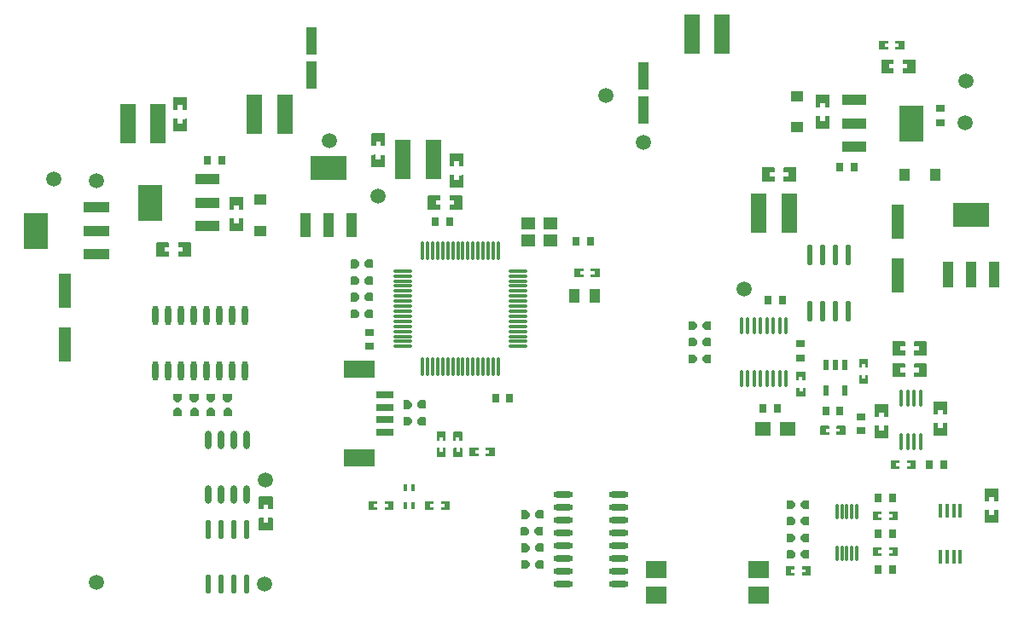
<source format=gtp>
G04 Layer: TopPasteMaskLayer*
G04 EasyEDA Pro v2.2.42.2, 2025-09-26 15:24:21*
G04 Gerber Generator version 0.3*
G04 Scale: 100 percent, Rotated: No, Reflected: No*
G04 Dimensions in millimeters*
G04 Leading zeros omitted, absolute positions, 4 integers and 5 decimals*
G04 Generated by one-click*
%FSLAX45Y45*%
%MOMM*%
%ADD10C,1.5*%
%ADD11R,0.8X0.9*%
%ADD12R,0.9X0.8*%
%ADD13R,1.5X1.3589*%
%ADD14R,1.2X1.0*%
%ADD15R,1.0X1.2*%
%ADD16R,1.6007X3.89999*%
%ADD17R,1.6X3.89999*%
%ADD18R,1.0X1.39954*%
%ADD19O,0.63X1.865*%
%ADD20O,2.0X0.3*%
%ADD21O,0.3X2.0*%
%ADD22R,1.1X2.79999*%
%ADD23R,2.47X0.98001*%
%ADD24R,2.47X3.59999*%
%ADD25O,0.3556X1.8148*%
%ADD26O,0.58801X2.045*%
%ADD27R,0.6X1.1*%
%ADD28O,0.28001X1.62001*%
%ADD29O,1.97099X0.60201*%
%ADD30R,2.0X1.8*%
%ADD31R,0.98001X2.47*%
%ADD32R,3.59999X2.47*%
%ADD33R,1.8X0.8*%
%ADD34R,3.09999X1.8*%
%ADD35R,0.44801X0.75001*%
%ADD36R,1.4X1.2*%
%ADD37O,0.60201X1.97099*%
%ADD38R,1.2X3.49999*%
%ADD39R,1.1X2.49999*%
%ADD40R,3.59999X2.34*%
%ADD41R,2.49999X1.1*%
%ADD42R,2.34X3.59999*%
%ADD43O,0.36401X1.662*%
%ADD44O,0.5684X1.95021*%
%ADD45R,0.40599X1.397*%
G75*


G04 PolygonModel Start*
G36*
G01X4450398Y-2069600D02*
G01X4450398Y-2197598D01*
G01X4445396Y-2202599D01*
G01X4330395Y-2202599D01*
G01X4325396Y-2197598D01*
G01X4324894Y-2156595D01*
G01X4369895Y-2156595D01*
G01X4369895Y-2111596D01*
G01X4325894Y-2111596D01*
G01X4325396Y-2069600D01*
G01X4330395Y-2064598D01*
G01X4445396Y-2064598D01*
G01X4450398Y-2069600D01*
G37*
G36*
G01X4109403Y-2197600D02*
G01X4109403Y-2069602D01*
G01X4114404Y-2064601D01*
G01X4229405Y-2064601D01*
G01X4234404Y-2069602D01*
G01X4234906Y-2110605D01*
G01X4189905Y-2110605D01*
G01X4189905Y-2155604D01*
G01X4233906Y-2155604D01*
G01X4234404Y-2197600D01*
G01X4229405Y-2202602D01*
G01X4114404Y-2202602D01*
G01X4109403Y-2197600D01*
G37*
G36*
G01X4458200Y-1986597D02*
G01X4330202Y-1986597D01*
G01X4325201Y-1981596D01*
G01X4325201Y-1866595D01*
G01X4330202Y-1861596D01*
G01X4371205Y-1861094D01*
G01X4371205Y-1906095D01*
G01X4416204Y-1906095D01*
G01X4416204Y-1862094D01*
G01X4458200Y-1861596D01*
G01X4463202Y-1866595D01*
G01X4463202Y-1981596D01*
G01X4458200Y-1986597D01*
G37*
G36*
G01X4330200Y-1645602D02*
G01X4458198Y-1645602D01*
G01X4463199Y-1650604D01*
G01X4463199Y-1765605D01*
G01X4458198Y-1770604D01*
G01X4417195Y-1771106D01*
G01X4417195Y-1726105D01*
G01X4372196Y-1726105D01*
G01X4372196Y-1770106D01*
G01X4330200Y-1770604D01*
G01X4325198Y-1765605D01*
G01X4325198Y-1650604D01*
G01X4330200Y-1645602D01*
G37*
G36*
G01X3552633Y-1443065D02*
G01X3680631Y-1443065D01*
G01X3685633Y-1448067D01*
G01X3685633Y-1563068D01*
G01X3680631Y-1568066D01*
G01X3639628Y-1568569D01*
G01X3639628Y-1523568D01*
G01X3594630Y-1523568D01*
G01X3594630Y-1567569D01*
G01X3552633Y-1568066D01*
G01X3547632Y-1563068D01*
G01X3547632Y-1448067D01*
G01X3552633Y-1443065D01*
G37*
G36*
G01X3680634Y-1784060D02*
G01X3552636Y-1784060D01*
G01X3547635Y-1779059D01*
G01X3547635Y-1664058D01*
G01X3552636Y-1659059D01*
G01X3593639Y-1658556D01*
G01X3593639Y-1703558D01*
G01X3638638Y-1703558D01*
G01X3638638Y-1659557D01*
G01X3680634Y-1659059D01*
G01X3685635Y-1664058D01*
G01X3685635Y-1779059D01*
G01X3680634Y-1784060D01*
G37*
G36*
G01X8947713Y-716448D02*
G01X8947713Y-844446D01*
G01X8942711Y-849447D01*
G01X8827710Y-849447D01*
G01X8822712Y-844446D01*
G01X8822209Y-803443D01*
G01X8867210Y-803443D01*
G01X8867210Y-758444D01*
G01X8823209Y-758444D01*
G01X8822712Y-716448D01*
G01X8827710Y-711446D01*
G01X8942711Y-711446D01*
G01X8947713Y-716448D01*
G37*
G36*
G01X8606718Y-844448D02*
G01X8606718Y-716450D01*
G01X8611719Y-711449D01*
G01X8726720Y-711449D01*
G01X8731719Y-716450D01*
G01X8732222Y-757453D01*
G01X8687220Y-757453D01*
G01X8687220Y-802452D01*
G01X8731221Y-802452D01*
G01X8731719Y-844448D01*
G01X8726720Y-849450D01*
G01X8611719Y-849450D01*
G01X8606718Y-844448D01*
G37*
G36*
G01X1416799Y-2662715D02*
G01X1416799Y-2534717D01*
G01X1421801Y-2529716D01*
G01X1536802Y-2529716D01*
G01X1541800Y-2534717D01*
G01X1542303Y-2575720D01*
G01X1497302Y-2575720D01*
G01X1497302Y-2620719D01*
G01X1541302Y-2620719D01*
G01X1541800Y-2662715D01*
G01X1536802Y-2667716D01*
G01X1421801Y-2667716D01*
G01X1416799Y-2662715D01*
G37*
G36*
G01X1757794Y-2534714D02*
G01X1757794Y-2662712D01*
G01X1752793Y-2667714D01*
G01X1637792Y-2667714D01*
G01X1632793Y-2662712D01*
G01X1632290Y-2621709D01*
G01X1677292Y-2621709D01*
G01X1677292Y-2576711D01*
G01X1633291Y-2576711D01*
G01X1632793Y-2534714D01*
G01X1637792Y-2529713D01*
G01X1752793Y-2529713D01*
G01X1757794Y-2534714D01*
G37*
G36*
G01X3949939Y-4291002D02*
G01X3949939Y-4318653D01*
G01X3922519Y-4348028D01*
G01X3872192Y-4348028D01*
G01X3865791Y-4341627D01*
G01X3865791Y-4268028D01*
G01X3872192Y-4261627D01*
G01X3922519Y-4261627D01*
G01X3949939Y-4291002D01*
G37*
G36*
G01X4001503Y-4289877D02*
G01X4001503Y-4317528D01*
G01X4028923Y-4346903D01*
G01X4079250Y-4346903D01*
G01X4085651Y-4340502D01*
G01X4085651Y-4266903D01*
G01X4079250Y-4260502D01*
G01X4028923Y-4260502D01*
G01X4001503Y-4289877D01*
G37*
G36*
G01X3949939Y-4125902D02*
G01X3949939Y-4153553D01*
G01X3922519Y-4182928D01*
G01X3872192Y-4182928D01*
G01X3865791Y-4176527D01*
G01X3865791Y-4102928D01*
G01X3872192Y-4096527D01*
G01X3922519Y-4096527D01*
G01X3949939Y-4125902D01*
G37*
G36*
G01X4001503Y-4124777D02*
G01X4001503Y-4152428D01*
G01X4028923Y-4181803D01*
G01X4079250Y-4181803D01*
G01X4085651Y-4175402D01*
G01X4085651Y-4101803D01*
G01X4079250Y-4095402D01*
G01X4028923Y-4095402D01*
G01X4001503Y-4124777D01*
G37*
G36*
G01X6832361Y-3697298D02*
G01X6832361Y-3669647D01*
G01X6859781Y-3640272D01*
G01X6910108Y-3640272D01*
G01X6916509Y-3646673D01*
G01X6916509Y-3720272D01*
G01X6910108Y-3726673D01*
G01X6859781Y-3726673D01*
G01X6832361Y-3697298D01*
G37*
G36*
G01X6780797Y-3698423D02*
G01X6780797Y-3670772D01*
G01X6753377Y-3641397D01*
G01X6703050Y-3641397D01*
G01X6696649Y-3647798D01*
G01X6696649Y-3721397D01*
G01X6703050Y-3727798D01*
G01X6753377Y-3727798D01*
G01X6780797Y-3698423D01*
G37*
G36*
G01X6832361Y-3532198D02*
G01X6832361Y-3504547D01*
G01X6859781Y-3475172D01*
G01X6910108Y-3475172D01*
G01X6916509Y-3481573D01*
G01X6916509Y-3555172D01*
G01X6910108Y-3561573D01*
G01X6859781Y-3561573D01*
G01X6832361Y-3532198D01*
G37*
G36*
G01X6780797Y-3533323D02*
G01X6780797Y-3505672D01*
G01X6753377Y-3476297D01*
G01X6703050Y-3476297D01*
G01X6696649Y-3482698D01*
G01X6696649Y-3556297D01*
G01X6703050Y-3562698D01*
G01X6753377Y-3562698D01*
G01X6780797Y-3533323D01*
G37*
G36*
G01X6832361Y-3367098D02*
G01X6832361Y-3339447D01*
G01X6859781Y-3310072D01*
G01X6910108Y-3310072D01*
G01X6916509Y-3316473D01*
G01X6916509Y-3390072D01*
G01X6910108Y-3396473D01*
G01X6859781Y-3396473D01*
G01X6832361Y-3367098D01*
G37*
G36*
G01X6780797Y-3368223D02*
G01X6780797Y-3340572D01*
G01X6753377Y-3311197D01*
G01X6703050Y-3311197D01*
G01X6696649Y-3317598D01*
G01X6696649Y-3391197D01*
G01X6703050Y-3397598D01*
G01X6753377Y-3397598D01*
G01X6780797Y-3368223D01*
G37*
G36*
G01X7810261Y-5475298D02*
G01X7810261Y-5447647D01*
G01X7837681Y-5418272D01*
G01X7888008Y-5418272D01*
G01X7894409Y-5424673D01*
G01X7894409Y-5498272D01*
G01X7888008Y-5504673D01*
G01X7837681Y-5504673D01*
G01X7810261Y-5475298D01*
G37*
G36*
G01X7758697Y-5476423D02*
G01X7758697Y-5448772D01*
G01X7731277Y-5419397D01*
G01X7680950Y-5419397D01*
G01X7674549Y-5425798D01*
G01X7674549Y-5499397D01*
G01X7680950Y-5505798D01*
G01X7731277Y-5505798D01*
G01X7758697Y-5476423D01*
G37*
G36*
G01X7810261Y-5640398D02*
G01X7810261Y-5612747D01*
G01X7837681Y-5583372D01*
G01X7888008Y-5583372D01*
G01X7894409Y-5589773D01*
G01X7894409Y-5663372D01*
G01X7888008Y-5669773D01*
G01X7837681Y-5669773D01*
G01X7810261Y-5640398D01*
G37*
G36*
G01X7758697Y-5641523D02*
G01X7758697Y-5613872D01*
G01X7731277Y-5584497D01*
G01X7680950Y-5584497D01*
G01X7674549Y-5590898D01*
G01X7674549Y-5664497D01*
G01X7680950Y-5670898D01*
G01X7731277Y-5670898D01*
G01X7758697Y-5641523D01*
G37*
G36*
G01X7810261Y-5145098D02*
G01X7810261Y-5117447D01*
G01X7837681Y-5088072D01*
G01X7888008Y-5088072D01*
G01X7894409Y-5094473D01*
G01X7894409Y-5168072D01*
G01X7888008Y-5174473D01*
G01X7837681Y-5174473D01*
G01X7810261Y-5145098D01*
G37*
G36*
G01X7758697Y-5146223D02*
G01X7758697Y-5118572D01*
G01X7731277Y-5089197D01*
G01X7680950Y-5089197D01*
G01X7674549Y-5095598D01*
G01X7674549Y-5169197D01*
G01X7680950Y-5175598D01*
G01X7731277Y-5175598D01*
G01X7758697Y-5146223D01*
G37*
G36*
G01X7810261Y-5310198D02*
G01X7810261Y-5282547D01*
G01X7837681Y-5253172D01*
G01X7888008Y-5253172D01*
G01X7894409Y-5259573D01*
G01X7894409Y-5333172D01*
G01X7888008Y-5339573D01*
G01X7837681Y-5339573D01*
G01X7810261Y-5310198D01*
G37*
G36*
G01X7758697Y-5311323D02*
G01X7758697Y-5283672D01*
G01X7731277Y-5254297D01*
G01X7680950Y-5254297D01*
G01X7674549Y-5260698D01*
G01X7674549Y-5334297D01*
G01X7680950Y-5340698D01*
G01X7731277Y-5340698D01*
G01X7758697Y-5311323D01*
G37*
G36*
G01X5118339Y-5713402D02*
G01X5118339Y-5741053D01*
G01X5090919Y-5770428D01*
G01X5040592Y-5770428D01*
G01X5034191Y-5764027D01*
G01X5034191Y-5690428D01*
G01X5040592Y-5684027D01*
G01X5090919Y-5684027D01*
G01X5118339Y-5713402D01*
G37*
G36*
G01X5169903Y-5712277D02*
G01X5169903Y-5739928D01*
G01X5197323Y-5769303D01*
G01X5247650Y-5769303D01*
G01X5254051Y-5762902D01*
G01X5254051Y-5689303D01*
G01X5247650Y-5682902D01*
G01X5197323Y-5682902D01*
G01X5169903Y-5712277D01*
G37*
G36*
G01X5118339Y-5548302D02*
G01X5118339Y-5575953D01*
G01X5090919Y-5605328D01*
G01X5040592Y-5605328D01*
G01X5034191Y-5598927D01*
G01X5034191Y-5525328D01*
G01X5040592Y-5518927D01*
G01X5090919Y-5518927D01*
G01X5118339Y-5548302D01*
G37*
G36*
G01X5169903Y-5547177D02*
G01X5169903Y-5574828D01*
G01X5197323Y-5604203D01*
G01X5247650Y-5604203D01*
G01X5254051Y-5597802D01*
G01X5254051Y-5524203D01*
G01X5247650Y-5517802D01*
G01X5197323Y-5517802D01*
G01X5169903Y-5547177D01*
G37*
G36*
G01X5116697Y-5382650D02*
G01X5116697Y-5410300D01*
G01X5089277Y-5439675D01*
G01X5038950Y-5439675D01*
G01X5032549Y-5433275D01*
G01X5032549Y-5359676D01*
G01X5038950Y-5353275D01*
G01X5089277Y-5353275D01*
G01X5116697Y-5382650D01*
G37*
G36*
G01X5168261Y-5381525D02*
G01X5168261Y-5409175D01*
G01X5195680Y-5438550D01*
G01X5246008Y-5438550D01*
G01X5252409Y-5432149D01*
G01X5252409Y-5358550D01*
G01X5246008Y-5352150D01*
G01X5195680Y-5352150D01*
G01X5168261Y-5381525D01*
G37*
G36*
G01X5118339Y-5218102D02*
G01X5118339Y-5245753D01*
G01X5090919Y-5275128D01*
G01X5040592Y-5275128D01*
G01X5034191Y-5268727D01*
G01X5034191Y-5195128D01*
G01X5040592Y-5188727D01*
G01X5090919Y-5188727D01*
G01X5118339Y-5218102D01*
G37*
G36*
G01X5169903Y-5216977D02*
G01X5169903Y-5244628D01*
G01X5197323Y-5274003D01*
G01X5247650Y-5274003D01*
G01X5254051Y-5267602D01*
G01X5254051Y-5194003D01*
G01X5247650Y-5187602D01*
G01X5197323Y-5187602D01*
G01X5169903Y-5216977D01*
G37*
G36*
G01X2135198Y-4115039D02*
G01X2107547Y-4115039D01*
G01X2078172Y-4087619D01*
G01X2078172Y-4037292D01*
G01X2084573Y-4030891D01*
G01X2158172Y-4030891D01*
G01X2164573Y-4037292D01*
G01X2164573Y-4087619D01*
G01X2135198Y-4115039D01*
G37*
G36*
G01X2136323Y-4166603D02*
G01X2108672Y-4166603D01*
G01X2079297Y-4194023D01*
G01X2079297Y-4244350D01*
G01X2085698Y-4250751D01*
G01X2159297Y-4250751D01*
G01X2165698Y-4244350D01*
G01X2165698Y-4194023D01*
G01X2136323Y-4166603D01*
G37*
G36*
G01X1804998Y-4115039D02*
G01X1777347Y-4115039D01*
G01X1747972Y-4087619D01*
G01X1747972Y-4037292D01*
G01X1754373Y-4030891D01*
G01X1827972Y-4030891D01*
G01X1834373Y-4037292D01*
G01X1834373Y-4087619D01*
G01X1804998Y-4115039D01*
G37*
G36*
G01X1806123Y-4166603D02*
G01X1778472Y-4166603D01*
G01X1749097Y-4194023D01*
G01X1749097Y-4244350D01*
G01X1755498Y-4250751D01*
G01X1829097Y-4250751D01*
G01X1835498Y-4244350D01*
G01X1835498Y-4194023D01*
G01X1806123Y-4166603D01*
G37*
G36*
G01X1970098Y-4115039D02*
G01X1942447Y-4115039D01*
G01X1913072Y-4087619D01*
G01X1913072Y-4037292D01*
G01X1919473Y-4030891D01*
G01X1993072Y-4030891D01*
G01X1999473Y-4037292D01*
G01X1999473Y-4087619D01*
G01X1970098Y-4115039D01*
G37*
G36*
G01X1971223Y-4166603D02*
G01X1943572Y-4166603D01*
G01X1914197Y-4194023D01*
G01X1914197Y-4244350D01*
G01X1920598Y-4250751D01*
G01X1994197Y-4250751D01*
G01X2000598Y-4244350D01*
G01X2000598Y-4194023D01*
G01X1971223Y-4166603D01*
G37*
G36*
G01X1639898Y-4115039D02*
G01X1612247Y-4115039D01*
G01X1582872Y-4087619D01*
G01X1582872Y-4037292D01*
G01X1589273Y-4030891D01*
G01X1662872Y-4030891D01*
G01X1669273Y-4037292D01*
G01X1669273Y-4087619D01*
G01X1639898Y-4115039D01*
G37*
G36*
G01X1641023Y-4166603D02*
G01X1613372Y-4166603D01*
G01X1583997Y-4194023D01*
G01X1583997Y-4244350D01*
G01X1590398Y-4250751D01*
G01X1663997Y-4250751D01*
G01X1670398Y-4244350D01*
G01X1670398Y-4194023D01*
G01X1641023Y-4166603D01*
G37*
G36*
G01X3429239Y-2894002D02*
G01X3429239Y-2921653D01*
G01X3401819Y-2951028D01*
G01X3351492Y-2951028D01*
G01X3345091Y-2944627D01*
G01X3345091Y-2871028D01*
G01X3351492Y-2864627D01*
G01X3401819Y-2864627D01*
G01X3429239Y-2894002D01*
G37*
G36*
G01X3480803Y-2892877D02*
G01X3480803Y-2920528D01*
G01X3508223Y-2949903D01*
G01X3558550Y-2949903D01*
G01X3564951Y-2943502D01*
G01X3564951Y-2869903D01*
G01X3558550Y-2863502D01*
G01X3508223Y-2863502D01*
G01X3480803Y-2892877D01*
G37*
G36*
G01X3429239Y-3224202D02*
G01X3429239Y-3251853D01*
G01X3401819Y-3281228D01*
G01X3351492Y-3281228D01*
G01X3345091Y-3274827D01*
G01X3345091Y-3201228D01*
G01X3351492Y-3194827D01*
G01X3401819Y-3194827D01*
G01X3429239Y-3224202D01*
G37*
G36*
G01X3480803Y-3223077D02*
G01X3480803Y-3250728D01*
G01X3508223Y-3280103D01*
G01X3558550Y-3280103D01*
G01X3564951Y-3273702D01*
G01X3564951Y-3200103D01*
G01X3558550Y-3193702D01*
G01X3508223Y-3193702D01*
G01X3480803Y-3223077D01*
G37*
G36*
G01X3429239Y-2728902D02*
G01X3429239Y-2756553D01*
G01X3401819Y-2785928D01*
G01X3351492Y-2785928D01*
G01X3345091Y-2779527D01*
G01X3345091Y-2705928D01*
G01X3351492Y-2699527D01*
G01X3401819Y-2699527D01*
G01X3429239Y-2728902D01*
G37*
G36*
G01X3480803Y-2727777D02*
G01X3480803Y-2755428D01*
G01X3508223Y-2784803D01*
G01X3558550Y-2784803D01*
G01X3564951Y-2778402D01*
G01X3564951Y-2704803D01*
G01X3558550Y-2698402D01*
G01X3508223Y-2698402D01*
G01X3480803Y-2727777D01*
G37*
G36*
G01X3429239Y-3059102D02*
G01X3429239Y-3086753D01*
G01X3401819Y-3116128D01*
G01X3351492Y-3116128D01*
G01X3345091Y-3109727D01*
G01X3345091Y-3036128D01*
G01X3351492Y-3029727D01*
G01X3401819Y-3029727D01*
G01X3429239Y-3059102D01*
G37*
G36*
G01X3480803Y-3057977D02*
G01X3480803Y-3085628D01*
G01X3508223Y-3115003D01*
G01X3558550Y-3115003D01*
G01X3564951Y-3108602D01*
G01X3564951Y-3035003D01*
G01X3558550Y-3028602D01*
G01X3508223Y-3028602D01*
G01X3480803Y-3057977D01*
G37*
G36*
G01X4361901Y-4414398D02*
G01X4361901Y-4494398D01*
G01X4366903Y-4499399D01*
G01X4389699Y-4499399D01*
G01X4389699Y-4462399D01*
G01X4422699Y-4462399D01*
G01X4422699Y-4499399D01*
G01X4446902Y-4499399D01*
G01X4451901Y-4494398D01*
G01X4451901Y-4414398D01*
G01X4446902Y-4409399D01*
G01X4366903Y-4409399D01*
G01X4361901Y-4414398D01*
G37*
G36*
G01X4451899Y-4653402D02*
G01X4451899Y-4573402D01*
G01X4446897Y-4568401D01*
G01X4424101Y-4568401D01*
G01X4424101Y-4605401D01*
G01X4391101Y-4605401D01*
G01X4391101Y-4568401D01*
G01X4366898Y-4568401D01*
G01X4361899Y-4573402D01*
G01X4361899Y-4653402D01*
G01X4366898Y-4658401D01*
G01X4446897Y-4658401D01*
G01X4451899Y-4653402D01*
G37*
G36*
G01X4196801Y-4414398D02*
G01X4196801Y-4494398D01*
G01X4201803Y-4499399D01*
G01X4224599Y-4499399D01*
G01X4224599Y-4462399D01*
G01X4257599Y-4462399D01*
G01X4257599Y-4499399D01*
G01X4281802Y-4499399D01*
G01X4286801Y-4494398D01*
G01X4286801Y-4414398D01*
G01X4281802Y-4409399D01*
G01X4201803Y-4409399D01*
G01X4196801Y-4414398D01*
G37*
G36*
G01X4286799Y-4653402D02*
G01X4286799Y-4573402D01*
G01X4281797Y-4568401D01*
G01X4259001Y-4568401D01*
G01X4259001Y-4605401D01*
G01X4226001Y-4605401D01*
G01X4226001Y-4568401D01*
G01X4201798Y-4568401D01*
G01X4196799Y-4573402D01*
G01X4196799Y-4653402D01*
G01X4201798Y-4658401D01*
G01X4281797Y-4658401D01*
G01X4286799Y-4653402D01*
G37*
G36*
G01X5570098Y-2877099D02*
G01X5650098Y-2877099D01*
G01X5655099Y-2872097D01*
G01X5655099Y-2849301D01*
G01X5618099Y-2849301D01*
G01X5618099Y-2816301D01*
G01X5655099Y-2816301D01*
G01X5655099Y-2792098D01*
G01X5650098Y-2787099D01*
G01X5570098Y-2787099D01*
G01X5565099Y-2792098D01*
G01X5565099Y-2872097D01*
G01X5570098Y-2877099D01*
G37*
G36*
G01X5725099Y-2872097D02*
G01X5725099Y-2849301D01*
G01X5763097Y-2849301D01*
G01X5763097Y-2816301D01*
G01X5725099Y-2816301D01*
G01X5725099Y-2792098D01*
G01X5730098Y-2787099D01*
G01X5809097Y-2787099D01*
G01X5814098Y-2792098D01*
G01X5814098Y-2872097D01*
G01X5809097Y-2877099D01*
G01X5730098Y-2877099D01*
G01X5725099Y-2872097D01*
G37*
G36*
G01X7962400Y-1061898D02*
G01X8090398Y-1061898D01*
G01X8095399Y-1066899D01*
G01X8095399Y-1181900D01*
G01X8090398Y-1186899D01*
G01X8049395Y-1187402D01*
G01X8049395Y-1142401D01*
G01X8004396Y-1142401D01*
G01X8004396Y-1186401D01*
G01X7962400Y-1186899D01*
G01X7957398Y-1181900D01*
G01X7957398Y-1066899D01*
G01X7962400Y-1061898D01*
G37*
G36*
G01X7962400Y-1276899D02*
G01X8004396Y-1276901D01*
G01X8004396Y-1321399D01*
G01X8049395Y-1321399D01*
G01X8049395Y-1277402D01*
G01X8090398Y-1276899D01*
G01X8095399Y-1281900D01*
G01X8095399Y-1396898D01*
G01X8090398Y-1401900D01*
G01X7962400Y-1401900D01*
G01X7957398Y-1396898D01*
G01X7957398Y-1281900D01*
G01X7962400Y-1276899D01*
G37*
G36*
G01X2273800Y-2417902D02*
G01X2145802Y-2417902D01*
G01X2140801Y-2412901D01*
G01X2140801Y-2297900D01*
G01X2145802Y-2292901D01*
G01X2186805Y-2292398D01*
G01X2186805Y-2337399D01*
G01X2231804Y-2337399D01*
G01X2231804Y-2293399D01*
G01X2273800Y-2292901D01*
G01X2278802Y-2297900D01*
G01X2278802Y-2412901D01*
G01X2273800Y-2417902D01*
G37*
G36*
G01X2273800Y-2202901D02*
G01X2231804Y-2202899D01*
G01X2231804Y-2158401D01*
G01X2186805Y-2158401D01*
G01X2186805Y-2202398D01*
G01X2145802Y-2202901D01*
G01X2140801Y-2197900D01*
G01X2140801Y-2082902D01*
G01X2145802Y-2077900D01*
G01X2273800Y-2077900D01*
G01X2278802Y-2082902D01*
G01X2278802Y-2197900D01*
G01X2273800Y-2202901D01*
G37*
G36*
G01X9060002Y-3733300D02*
G01X9060002Y-3861298D01*
G01X9055001Y-3866299D01*
G01X8940000Y-3866299D01*
G01X8935001Y-3861298D01*
G01X8934498Y-3820295D01*
G01X8979499Y-3820295D01*
G01X8979499Y-3775296D01*
G01X8935499Y-3775296D01*
G01X8935001Y-3733300D01*
G01X8940000Y-3728298D01*
G01X9055001Y-3728298D01*
G01X9060002Y-3733300D01*
G37*
G36*
G01X8845001Y-3733300D02*
G01X8844999Y-3775296D01*
G01X8800501Y-3775296D01*
G01X8800501Y-3820295D01*
G01X8844498Y-3820295D01*
G01X8845001Y-3861298D01*
G01X8840000Y-3866299D01*
G01X8725002Y-3866299D01*
G01X8720000Y-3861298D01*
G01X8720000Y-3733300D01*
G01X8725002Y-3728298D01*
G01X8840000Y-3728298D01*
G01X8845001Y-3733300D01*
G37*
G36*
G01X8529198Y-5290099D02*
G01X8609198Y-5290099D01*
G01X8614199Y-5285097D01*
G01X8614199Y-5262301D01*
G01X8577199Y-5262301D01*
G01X8577199Y-5229301D01*
G01X8614199Y-5229301D01*
G01X8614199Y-5205098D01*
G01X8609198Y-5200099D01*
G01X8529198Y-5200099D01*
G01X8524199Y-5205098D01*
G01X8524199Y-5285097D01*
G01X8529198Y-5290099D01*
G37*
G36*
G01X8684199Y-5285097D02*
G01X8684199Y-5262301D01*
G01X8722197Y-5262301D01*
G01X8722197Y-5229301D01*
G01X8684199Y-5229301D01*
G01X8684199Y-5205098D01*
G01X8689198Y-5200099D01*
G01X8768197Y-5200099D01*
G01X8773198Y-5205098D01*
G01X8773198Y-5285097D01*
G01X8768197Y-5290099D01*
G01X8689198Y-5290099D01*
G01X8684199Y-5285097D01*
G37*
G36*
G01X8529198Y-5645699D02*
G01X8609198Y-5645699D01*
G01X8614199Y-5640697D01*
G01X8614199Y-5617901D01*
G01X8577199Y-5617901D01*
G01X8577199Y-5584901D01*
G01X8614199Y-5584901D01*
G01X8614199Y-5560698D01*
G01X8609198Y-5555699D01*
G01X8529198Y-5555699D01*
G01X8524199Y-5560698D01*
G01X8524199Y-5640697D01*
G01X8529198Y-5645699D01*
G37*
G36*
G01X8684199Y-5640697D02*
G01X8684199Y-5617901D01*
G01X8722197Y-5617901D01*
G01X8722197Y-5584901D01*
G01X8684199Y-5584901D01*
G01X8684199Y-5560698D01*
G01X8689198Y-5555699D01*
G01X8768197Y-5555699D01*
G01X8773198Y-5560698D01*
G01X8773198Y-5640697D01*
G01X8768197Y-5645699D01*
G01X8689198Y-5645699D01*
G01X8684199Y-5640697D01*
G37*
G36*
G01X7904602Y-5746201D02*
G01X7824602Y-5746201D01*
G01X7819601Y-5751203D01*
G01X7819601Y-5773999D01*
G01X7856601Y-5773999D01*
G01X7856601Y-5806999D01*
G01X7819601Y-5806999D01*
G01X7819601Y-5831202D01*
G01X7824602Y-5836201D01*
G01X7904602Y-5836201D01*
G01X7909601Y-5831202D01*
G01X7909601Y-5751203D01*
G01X7904602Y-5746201D01*
G37*
G36*
G01X7665598Y-5836199D02*
G01X7745598Y-5836199D01*
G01X7750599Y-5831197D01*
G01X7750599Y-5808401D01*
G01X7713599Y-5808401D01*
G01X7713599Y-5775401D01*
G01X7750599Y-5775401D01*
G01X7750599Y-5751198D01*
G01X7745598Y-5746199D01*
G01X7665598Y-5746199D01*
G01X7660599Y-5751198D01*
G01X7660599Y-5831197D01*
G01X7665598Y-5836199D01*
G37*
G36*
G01X4528698Y-4655099D02*
G01X4608698Y-4655099D01*
G01X4613699Y-4650097D01*
G01X4613699Y-4627301D01*
G01X4576699Y-4627301D01*
G01X4576699Y-4594301D01*
G01X4613699Y-4594301D01*
G01X4613699Y-4570098D01*
G01X4608698Y-4565099D01*
G01X4528698Y-4565099D01*
G01X4523699Y-4570098D01*
G01X4523699Y-4650097D01*
G01X4528698Y-4655099D01*
G37*
G36*
G01X4767702Y-4565101D02*
G01X4687702Y-4565101D01*
G01X4682701Y-4570103D01*
G01X4682701Y-4592899D01*
G01X4719701Y-4592899D01*
G01X4719701Y-4625899D01*
G01X4682701Y-4625899D01*
G01X4682701Y-4650102D01*
G01X4687702Y-4655101D01*
G01X4767702Y-4655101D01*
G01X4772701Y-4650102D01*
G01X4772701Y-4570103D01*
G01X4767702Y-4565101D01*
G37*
G36*
G01X3764402Y-5098501D02*
G01X3684402Y-5098501D01*
G01X3679401Y-5103503D01*
G01X3679401Y-5126299D01*
G01X3716401Y-5126299D01*
G01X3716401Y-5159299D01*
G01X3679401Y-5159299D01*
G01X3679401Y-5183502D01*
G01X3684402Y-5188501D01*
G01X3764402Y-5188501D01*
G01X3769401Y-5183502D01*
G01X3769401Y-5103503D01*
G01X3764402Y-5098501D01*
G37*
G36*
G01X3609401Y-5103503D02*
G01X3609401Y-5126299D01*
G01X3571403Y-5126299D01*
G01X3571403Y-5159299D01*
G01X3609401Y-5159299D01*
G01X3609401Y-5183502D01*
G01X3604402Y-5188501D01*
G01X3525403Y-5188501D01*
G01X3520402Y-5183502D01*
G01X3520402Y-5103503D01*
G01X3525403Y-5098501D01*
G01X3604402Y-5098501D01*
G01X3609401Y-5103503D01*
G37*
G36*
G01X4084198Y-5188499D02*
G01X4164198Y-5188499D01*
G01X4169199Y-5183497D01*
G01X4169199Y-5160701D01*
G01X4132199Y-5160701D01*
G01X4132199Y-5127701D01*
G01X4169199Y-5127701D01*
G01X4169199Y-5103498D01*
G01X4164198Y-5098499D01*
G01X4084198Y-5098499D01*
G01X4079199Y-5103498D01*
G01X4079199Y-5183497D01*
G01X4084198Y-5188499D01*
G37*
G36*
G01X4239199Y-5183497D02*
G01X4239199Y-5160701D01*
G01X4277197Y-5160701D01*
G01X4277197Y-5127701D01*
G01X4239199Y-5127701D01*
G01X4239199Y-5103498D01*
G01X4244198Y-5098499D01*
G01X4323197Y-5098499D01*
G01X4328198Y-5103498D01*
G01X4328198Y-5183497D01*
G01X4323197Y-5188499D01*
G01X4244198Y-5188499D01*
G01X4239199Y-5183497D01*
G37*
G36*
G01X7424103Y-1918200D02*
G01X7424103Y-1790202D01*
G01X7429104Y-1785201D01*
G01X7544105Y-1785201D01*
G01X7549104Y-1790202D01*
G01X7549606Y-1831205D01*
G01X7504605Y-1831205D01*
G01X7504605Y-1876204D01*
G01X7548606Y-1876204D01*
G01X7549104Y-1918200D01*
G01X7544105Y-1923202D01*
G01X7429104Y-1923202D01*
G01X7424103Y-1918200D01*
G37*
G36*
G01X7765098Y-1790200D02*
G01X7765098Y-1918198D01*
G01X7760096Y-1923199D01*
G01X7645095Y-1923199D01*
G01X7640096Y-1918198D01*
G01X7639594Y-1877195D01*
G01X7684595Y-1877195D01*
G01X7684595Y-1832196D01*
G01X7640594Y-1832196D01*
G01X7640096Y-1790200D01*
G01X7645095Y-1785198D01*
G01X7760096Y-1785198D01*
G01X7765098Y-1790200D01*
G37*
G36*
G01X1587000Y-1086802D02*
G01X1714998Y-1086802D01*
G01X1719999Y-1091804D01*
G01X1719999Y-1206805D01*
G01X1714998Y-1211804D01*
G01X1673995Y-1212306D01*
G01X1673995Y-1167305D01*
G01X1628996Y-1167305D01*
G01X1628996Y-1211306D01*
G01X1587000Y-1211804D01*
G01X1581998Y-1206805D01*
G01X1581998Y-1091804D01*
G01X1587000Y-1086802D01*
G37*
G36*
G01X1715000Y-1427797D02*
G01X1587002Y-1427797D01*
G01X1582001Y-1422796D01*
G01X1582001Y-1307795D01*
G01X1587002Y-1302796D01*
G01X1628005Y-1302294D01*
G01X1628005Y-1347295D01*
G01X1673004Y-1347295D01*
G01X1673004Y-1303294D01*
G01X1715000Y-1302796D01*
G01X1720002Y-1307795D01*
G01X1720002Y-1422796D01*
G01X1715000Y-1427797D01*
G37*
G36*
G01X8592698Y-616499D02*
G01X8672698Y-616499D01*
G01X8677699Y-611497D01*
G01X8677699Y-588701D01*
G01X8640699Y-588701D01*
G01X8640699Y-555701D01*
G01X8677699Y-555701D01*
G01X8677699Y-531498D01*
G01X8672698Y-526499D01*
G01X8592698Y-526499D01*
G01X8587699Y-531498D01*
G01X8587699Y-611497D01*
G01X8592698Y-616499D01*
G37*
G36*
G01X8831702Y-526501D02*
G01X8751702Y-526501D01*
G01X8746701Y-531503D01*
G01X8746701Y-554299D01*
G01X8783701Y-554299D01*
G01X8783701Y-587299D01*
G01X8746701Y-587299D01*
G01X8746701Y-611502D01*
G01X8751702Y-616501D01*
G01X8831702Y-616501D01*
G01X8836701Y-611502D01*
G01X8836701Y-531503D01*
G01X8831702Y-526501D01*
G37*
G36*
G01X7855499Y-4056502D02*
G01X7855499Y-3976502D01*
G01X7850497Y-3971501D01*
G01X7827701Y-3971501D01*
G01X7827701Y-4008501D01*
G01X7794701Y-4008501D01*
G01X7794701Y-3971501D01*
G01X7770498Y-3971501D01*
G01X7765499Y-3976502D01*
G01X7765499Y-4056502D01*
G01X7770498Y-4061501D01*
G01X7850497Y-4061501D01*
G01X7855499Y-4056502D01*
G37*
G36*
G01X7765501Y-3817498D02*
G01X7765501Y-3897498D01*
G01X7770503Y-3902499D01*
G01X7793299Y-3902499D01*
G01X7793299Y-3865499D01*
G01X7826299Y-3865499D01*
G01X7826299Y-3902499D01*
G01X7850502Y-3902499D01*
G01X7855501Y-3897498D01*
G01X7855501Y-3817498D01*
G01X7850502Y-3812499D01*
G01X7770503Y-3812499D01*
G01X7765501Y-3817498D01*
G37*
G36*
G01X8946002Y-4692101D02*
G01X8866002Y-4692101D01*
G01X8861001Y-4697103D01*
G01X8861001Y-4719899D01*
G01X8898001Y-4719899D01*
G01X8898001Y-4752899D01*
G01X8861001Y-4752899D01*
G01X8861001Y-4777102D01*
G01X8866002Y-4782101D01*
G01X8946002Y-4782101D01*
G01X8951001Y-4777102D01*
G01X8951001Y-4697103D01*
G01X8946002Y-4692101D01*
G37*
G36*
G01X8706998Y-4782099D02*
G01X8786998Y-4782099D01*
G01X8791999Y-4777097D01*
G01X8791999Y-4754301D01*
G01X8754999Y-4754301D01*
G01X8754999Y-4721301D01*
G01X8791999Y-4721301D01*
G01X8791999Y-4697098D01*
G01X8786998Y-4692099D01*
G01X8706998Y-4692099D01*
G01X8701999Y-4697098D01*
G01X8701999Y-4777097D01*
G01X8706998Y-4782099D01*
G37*
G36*
G01X2437900Y-5049698D02*
G01X2565898Y-5049698D01*
G01X2570899Y-5054699D01*
G01X2570899Y-5169700D01*
G01X2565898Y-5174699D01*
G01X2524895Y-5175202D01*
G01X2524895Y-5130201D01*
G01X2479896Y-5130201D01*
G01X2479896Y-5174201D01*
G01X2437900Y-5174699D01*
G01X2432898Y-5169700D01*
G01X2432898Y-5054699D01*
G01X2437900Y-5049698D01*
G37*
G36*
G01X2437900Y-5264699D02*
G01X2479896Y-5264701D01*
G01X2479896Y-5309199D01*
G01X2524895Y-5309199D01*
G01X2524895Y-5265202D01*
G01X2565898Y-5264699D01*
G01X2570899Y-5269700D01*
G01X2570899Y-5384698D01*
G01X2565898Y-5389700D01*
G01X2437900Y-5389700D01*
G01X2432898Y-5384698D01*
G01X2432898Y-5269700D01*
G01X2437900Y-5264699D01*
G37*
G36*
G01X8387801Y-3690498D02*
G01X8387801Y-3770498D01*
G01X8392803Y-3775499D01*
G01X8415599Y-3775499D01*
G01X8415599Y-3738499D01*
G01X8448599Y-3738499D01*
G01X8448599Y-3775499D01*
G01X8472802Y-3775499D01*
G01X8477801Y-3770498D01*
G01X8477801Y-3690498D01*
G01X8472802Y-3685499D01*
G01X8392803Y-3685499D01*
G01X8387801Y-3690498D01*
G37*
G36*
G01X8477799Y-3929502D02*
G01X8477799Y-3849502D01*
G01X8472797Y-3844501D01*
G01X8450001Y-3844501D01*
G01X8450001Y-3881501D01*
G01X8417001Y-3881501D01*
G01X8417001Y-3844501D01*
G01X8392798Y-3844501D01*
G01X8387799Y-3849502D01*
G01X8387799Y-3929502D01*
G01X8392798Y-3934501D01*
G01X8472797Y-3934501D01*
G01X8477799Y-3929502D01*
G37*
G36*
G01X8247502Y-4349201D02*
G01X8167502Y-4349201D01*
G01X8162501Y-4354203D01*
G01X8162501Y-4376999D01*
G01X8199501Y-4376999D01*
G01X8199501Y-4409999D01*
G01X8162501Y-4409999D01*
G01X8162501Y-4434202D01*
G01X8167502Y-4439201D01*
G01X8247502Y-4439201D01*
G01X8252501Y-4434202D01*
G01X8252501Y-4354203D01*
G01X8247502Y-4349201D01*
G37*
G36*
G01X8008498Y-4439199D02*
G01X8088498Y-4439199D01*
G01X8093499Y-4434197D01*
G01X8093499Y-4411401D01*
G01X8056499Y-4411401D01*
G01X8056499Y-4378401D01*
G01X8093499Y-4378401D01*
G01X8093499Y-4354198D01*
G01X8088498Y-4349199D01*
G01X8008498Y-4349199D01*
G01X8003499Y-4354198D01*
G01X8003499Y-4434197D01*
G01X8008498Y-4439199D01*
G37*
G36*
G01X9060002Y-3517400D02*
G01X9060002Y-3645398D01*
G01X9055001Y-3650399D01*
G01X8940000Y-3650399D01*
G01X8935001Y-3645398D01*
G01X8934498Y-3604395D01*
G01X8979499Y-3604395D01*
G01X8979499Y-3559396D01*
G01X8935499Y-3559396D01*
G01X8935001Y-3517400D01*
G01X8940000Y-3512398D01*
G01X9055001Y-3512398D01*
G01X9060002Y-3517400D01*
G37*
G36*
G01X8845001Y-3517400D02*
G01X8844999Y-3559396D01*
G01X8800501Y-3559396D01*
G01X8800501Y-3604395D01*
G01X8844498Y-3604395D01*
G01X8845001Y-3645398D01*
G01X8840000Y-3650399D01*
G01X8725002Y-3650399D01*
G01X8720000Y-3645398D01*
G01X8720000Y-3517400D01*
G01X8725002Y-3512398D01*
G01X8840000Y-3512398D01*
G01X8845001Y-3517400D01*
G37*
G36*
G01X9766800Y-5313502D02*
G01X9638802Y-5313502D01*
G01X9633801Y-5308501D01*
G01X9633801Y-5193500D01*
G01X9638802Y-5188501D01*
G01X9679805Y-5187998D01*
G01X9679805Y-5232999D01*
G01X9724804Y-5232999D01*
G01X9724804Y-5188999D01*
G01X9766800Y-5188501D01*
G01X9771802Y-5193500D01*
G01X9771802Y-5308501D01*
G01X9766800Y-5313502D01*
G37*
G36*
G01X9766800Y-5098501D02*
G01X9724804Y-5098499D01*
G01X9724804Y-5054001D01*
G01X9679805Y-5054001D01*
G01X9679805Y-5097998D01*
G01X9638802Y-5098501D01*
G01X9633801Y-5093500D01*
G01X9633801Y-4978502D01*
G01X9638802Y-4973500D01*
G01X9766800Y-4973500D01*
G01X9771802Y-4978502D01*
G01X9771802Y-5093500D01*
G01X9766800Y-5098501D01*
G37*
G36*
G01X8674600Y-4475302D02*
G01X8546602Y-4475302D01*
G01X8541601Y-4470301D01*
G01X8541601Y-4355300D01*
G01X8546602Y-4350301D01*
G01X8587605Y-4349798D01*
G01X8587605Y-4394799D01*
G01X8632604Y-4394799D01*
G01X8632604Y-4350799D01*
G01X8674600Y-4350301D01*
G01X8679602Y-4355300D01*
G01X8679602Y-4470301D01*
G01X8674600Y-4475302D01*
G37*
G36*
G01X8674600Y-4260301D02*
G01X8632604Y-4260299D01*
G01X8632604Y-4215801D01*
G01X8587605Y-4215801D01*
G01X8587605Y-4259798D01*
G01X8546602Y-4260301D01*
G01X8541601Y-4255300D01*
G01X8541601Y-4140302D01*
G01X8546602Y-4135300D01*
G01X8674600Y-4135300D01*
G01X8679602Y-4140302D01*
G01X8679602Y-4255300D01*
G01X8674600Y-4260301D01*
G37*
G36*
G01X9130800Y-4109898D02*
G01X9258798Y-4109898D01*
G01X9263799Y-4114899D01*
G01X9263799Y-4229900D01*
G01X9258798Y-4234899D01*
G01X9217795Y-4235402D01*
G01X9217795Y-4190401D01*
G01X9172796Y-4190401D01*
G01X9172796Y-4234401D01*
G01X9130800Y-4234899D01*
G01X9125798Y-4229900D01*
G01X9125798Y-4114899D01*
G01X9130800Y-4109898D01*
G37*
G36*
G01X9130800Y-4324899D02*
G01X9172796Y-4324901D01*
G01X9172796Y-4369399D01*
G01X9217795Y-4369399D01*
G01X9217795Y-4325402D01*
G01X9258798Y-4324899D01*
G01X9263799Y-4329900D01*
G01X9263799Y-4444898D01*
G01X9258798Y-4449900D01*
G01X9130800Y-4449900D01*
G01X9125798Y-4444898D01*
G01X9125798Y-4329900D01*
G01X9130800Y-4324899D01*
G37*

G04 Pad Start*
G54D10*
G01X5873208Y-1067180D03*
G54D11*
G01X4184498Y-2324100D03*
G01X4324502Y-2324100D03*
G54D12*
G01X3530600Y-3562502D03*
G01X3530600Y-3422498D03*
G54D11*
G01X4921402Y-4076700D03*
G01X4781398Y-4076700D03*
G01X8337702Y-1778000D03*
G01X8197698Y-1778000D03*
G54D12*
G01X9194800Y-1340002D03*
G01X9194800Y-1199998D03*
G54D11*
G01X1923898Y-1714500D03*
G01X2063902Y-1714500D03*
G01X7486498Y-3098800D03*
G01X7626502Y-3098800D03*
G54D12*
G01X7810500Y-3676802D03*
G01X7810500Y-3536798D03*
G54D11*
G01X8718702Y-5067300D03*
G01X8578698Y-5067300D03*
G01X8578698Y-5778500D03*
G01X8718702Y-5778500D03*
G01X7434148Y-4177759D03*
G01X7574153Y-4177759D03*
G54D13*
G01X7676490Y-4383750D03*
G01X7436510Y-4383750D03*
G54D14*
G01X7772400Y-1076909D03*
G01X7772400Y-1386891D03*
G54D15*
G01X9146591Y-1854200D03*
G01X8836609Y-1854200D03*
G54D14*
G01X2451100Y-2415591D03*
G01X2451100Y-2105609D03*
G54D17*
G01X4163212Y-1701800D03*
G01X3863188Y-1701800D03*
G01X6729567Y-461340D03*
G01X7029592Y-461340D03*
G01X7394743Y-2239340D03*
G01X7694767Y-2239340D03*
G01X2690012Y-1257300D03*
G01X2389988Y-1257300D03*
G01X1132688Y-1346200D03*
G01X1432712Y-1346200D03*
G54D18*
G01X5559171Y-3060700D03*
G01X5769229Y-3060700D03*
G54D19*
G01X2311400Y-4494251D03*
G01X2184400Y-4494251D03*
G01X2057400Y-4494251D03*
G01X1930400Y-4494251D03*
G01X2311400Y-5030749D03*
G01X2184400Y-5030749D03*
G01X2057400Y-5030749D03*
G01X1930400Y-5030749D03*
G54D20*
G01X5007280Y-2812694D03*
G01X5007280Y-2862707D03*
G01X5007280Y-2912694D03*
G01X5007280Y-2962707D03*
G01X5007280Y-3012694D03*
G01X5007280Y-3062707D03*
G01X5007280Y-3112694D03*
G01X5007280Y-3162706D03*
G01X5007280Y-3212694D03*
G01X5007280Y-3262706D03*
G01X5007280Y-3312693D03*
G01X5007280Y-3362706D03*
G01X5007280Y-3412693D03*
G01X5007280Y-3462706D03*
G01X5007280Y-3512693D03*
G01X5007280Y-3562706D03*
G54D21*
G01X4807306Y-3762680D03*
G01X4757293Y-3762680D03*
G01X4707306Y-3762680D03*
G01X4657293Y-3762680D03*
G01X4607306Y-3762680D03*
G01X4557293Y-3762680D03*
G01X4507306Y-3762680D03*
G01X4457294Y-3762680D03*
G01X4407306Y-3762680D03*
G01X4357294Y-3762680D03*
G01X4307307Y-3762680D03*
G01X4257294Y-3762680D03*
G01X4207307Y-3762680D03*
G01X4157294Y-3762680D03*
G01X4107307Y-3762680D03*
G01X4057294Y-3762680D03*
G54D20*
G01X3857320Y-3562706D03*
G01X3857320Y-3512693D03*
G01X3857320Y-3462706D03*
G01X3857320Y-3412693D03*
G01X3857320Y-3362706D03*
G01X3857320Y-3312693D03*
G01X3857320Y-3262706D03*
G01X3857320Y-3212694D03*
G01X3857320Y-3162706D03*
G01X3857320Y-3112694D03*
G01X3857320Y-3062707D03*
G01X3857320Y-3012694D03*
G01X3857320Y-2962707D03*
G01X3857320Y-2912694D03*
G01X3857320Y-2862707D03*
G01X3857320Y-2812694D03*
G54D21*
G01X4057294Y-2612720D03*
G01X4107307Y-2612720D03*
G01X4157294Y-2612720D03*
G01X4207307Y-2612720D03*
G01X4257294Y-2612720D03*
G01X4307307Y-2612720D03*
G01X4357294Y-2612720D03*
G01X4407306Y-2612720D03*
G01X4457294Y-2612720D03*
G01X4507306Y-2612720D03*
G01X4557293Y-2612720D03*
G01X4607306Y-2612720D03*
G01X4657293Y-2612720D03*
G01X4707306Y-2612720D03*
G01X4757293Y-2612720D03*
G01X4807306Y-2612720D03*
G54D22*
G01X6244580Y-879488D03*
G01X6244580Y-1211593D03*
G54D23*
G01X8339811Y-1116203D03*
G01X8339811Y-1346200D03*
G01X8339811Y-1576197D03*
G54D24*
G01X8906789Y-1346200D03*
G54D22*
G01X2959100Y-864552D03*
G01X2959100Y-532447D03*
G54D23*
G01X1921789Y-2363597D03*
G01X1921789Y-2133600D03*
G01X1921789Y-1903603D03*
G54D24*
G01X1354811Y-2133600D03*
G54D25*
G01X7664450Y-3354019D03*
G01X7600950Y-3354019D03*
G01X7537450Y-3354019D03*
G01X7473950Y-3354019D03*
G01X7410450Y-3354019D03*
G01X7346950Y-3354019D03*
G01X7283450Y-3354019D03*
G01X7219950Y-3354019D03*
G01X7664450Y-3884981D03*
G01X7600950Y-3884981D03*
G01X7537450Y-3884981D03*
G01X7473950Y-3884981D03*
G01X7410450Y-3884981D03*
G01X7346950Y-3884981D03*
G01X7283450Y-3884981D03*
G01X7219950Y-3884981D03*
G54D26*
G01X8280400Y-2656459D03*
G01X8153400Y-2656459D03*
G01X8026400Y-2656459D03*
G01X7899400Y-2656459D03*
G01X8280400Y-3210941D03*
G01X8153400Y-3210941D03*
G01X8026400Y-3210941D03*
G01X7899400Y-3210941D03*
G54D27*
G01X8248396Y-4003510D03*
G01X8058404Y-4003510D03*
G01X8058404Y-3743490D03*
G01X8153400Y-3743490D03*
G01X8248396Y-3743490D03*
G54D28*
G01X8167700Y-5621198D03*
G01X8217713Y-5621198D03*
G01X8267700Y-5621198D03*
G01X8317713Y-5621198D03*
G01X8367700Y-5621198D03*
G01X8167700Y-5199202D03*
G01X8217713Y-5199202D03*
G01X8267700Y-5199202D03*
G01X8317713Y-5199202D03*
G01X8367700Y-5199202D03*
G54D29*
G01X5454142Y-5029200D03*
G01X5454142Y-5156200D03*
G01X5454142Y-5283200D03*
G01X5454142Y-5410200D03*
G01X5454142Y-5537200D03*
G01X5454142Y-5664200D03*
G01X5454142Y-5791200D03*
G01X5454142Y-5918200D03*
G01X6001258Y-5029200D03*
G01X6001258Y-5156200D03*
G01X6001258Y-5283200D03*
G01X6001258Y-5410200D03*
G01X6001258Y-5537200D03*
G01X6001258Y-5664200D03*
G01X6001258Y-5791200D03*
G01X6001258Y-5918200D03*
G54D30*
G01X6373404Y-5778500D03*
G01X6373404Y-6032500D03*
G01X7393417Y-6032500D03*
G01X7393417Y-5778500D03*
G54D31*
G01X2894203Y-2353589D03*
G01X3124200Y-2353589D03*
G01X3354197Y-2353589D03*
G54D32*
G01X3124200Y-1786611D03*
G54D33*
G01X3682627Y-4041584D03*
G01X3682627Y-4166603D03*
G01X3682627Y-4291597D03*
G01X3682627Y-4416590D03*
G54D34*
G01X3429376Y-3786594D03*
G01X3429376Y-4671606D03*
G54D35*
G01X3964305Y-5147099D03*
G01X3884295Y-5147097D03*
G01X3884295Y-4962101D03*
G01X3964305Y-4962101D03*
G54D11*
G01X5581498Y-2514600D03*
G01X5721502Y-2514600D03*
G54D36*
G01X5329707Y-2338197D03*
G01X5109693Y-2338197D03*
G01X5109693Y-2513203D03*
G01X5329707Y-2513203D03*
G54D11*
G01X8718702Y-5422900D03*
G01X8578698Y-5422900D03*
G54D37*
G01X2298700Y-3257042D03*
G01X2171700Y-3257042D03*
G01X2044700Y-3257042D03*
G01X1917700Y-3257042D03*
G01X1790700Y-3257042D03*
G01X1663700Y-3257042D03*
G01X1536700Y-3257042D03*
G01X1409700Y-3257042D03*
G01X2298700Y-3804158D03*
G01X2171700Y-3804158D03*
G01X2044700Y-3804158D03*
G01X1917700Y-3804158D03*
G01X1790700Y-3804158D03*
G01X1663700Y-3804158D03*
G01X1536700Y-3804158D03*
G01X1409700Y-3804158D03*
G54D38*
G01X8775687Y-2857787D03*
G01X8775687Y-2323803D03*
G01X507987Y-3543587D03*
G01X507987Y-3009603D03*
G54D39*
G01X9269603Y-2849695D03*
G01X9499600Y-2849695D03*
G01X9729597Y-2849695D03*
G54D40*
G01X9499600Y-2255703D03*
G54D41*
G01X817695Y-2642997D03*
G01X817695Y-2413000D03*
G01X817695Y-2183003D03*
G54D42*
G01X223703Y-2413000D03*
G54D11*
G01X9086698Y-4737100D03*
G01X9226702Y-4737100D03*
G54D43*
G01X9000211Y-4079494D03*
G01X8935187Y-4079494D03*
G01X8870188Y-4079494D03*
G01X8805189Y-4079494D03*
G01X9000211Y-4505706D03*
G01X8935187Y-4505706D03*
G01X8870188Y-4505706D03*
G01X8805189Y-4505706D03*
G54D10*
G01X3613019Y-2068690D03*
G01X3128890Y-1522590D03*
G01X9443930Y-1338285D03*
G01X817413Y-1913781D03*
G01X6248604Y-1535763D03*
G01X9449004Y-925805D03*
G01X393904Y-1896930D03*
G01X7249598Y-2994514D03*
G54D44*
G01X2311400Y-5380990D03*
G01X2184400Y-5380990D03*
G01X2057400Y-5380990D03*
G01X1930400Y-5380990D03*
G01X2311400Y-5922010D03*
G01X2184400Y-5922010D03*
G01X2057400Y-5922010D03*
G01X1930400Y-5922010D03*
G54D11*
G01X8057998Y-4203700D03*
G01X8198002Y-4203700D03*
G54D10*
G01X822265Y-5902968D03*
G01X2489402Y-5919112D03*
G01X2501664Y-4885685D03*
G54D12*
G01X8407400Y-4400702D03*
G01X8407400Y-4260698D03*
G54D45*
G01X9393911Y-5192903D03*
G01X9328912Y-5192903D03*
G01X9263888Y-5192903D03*
G01X9198889Y-5192903D03*
G01X9198889Y-5652897D03*
G01X9263888Y-5652897D03*
G01X9328912Y-5652897D03*
G01X9393911Y-5652897D03*
G04 Pad End*

M02*


</source>
